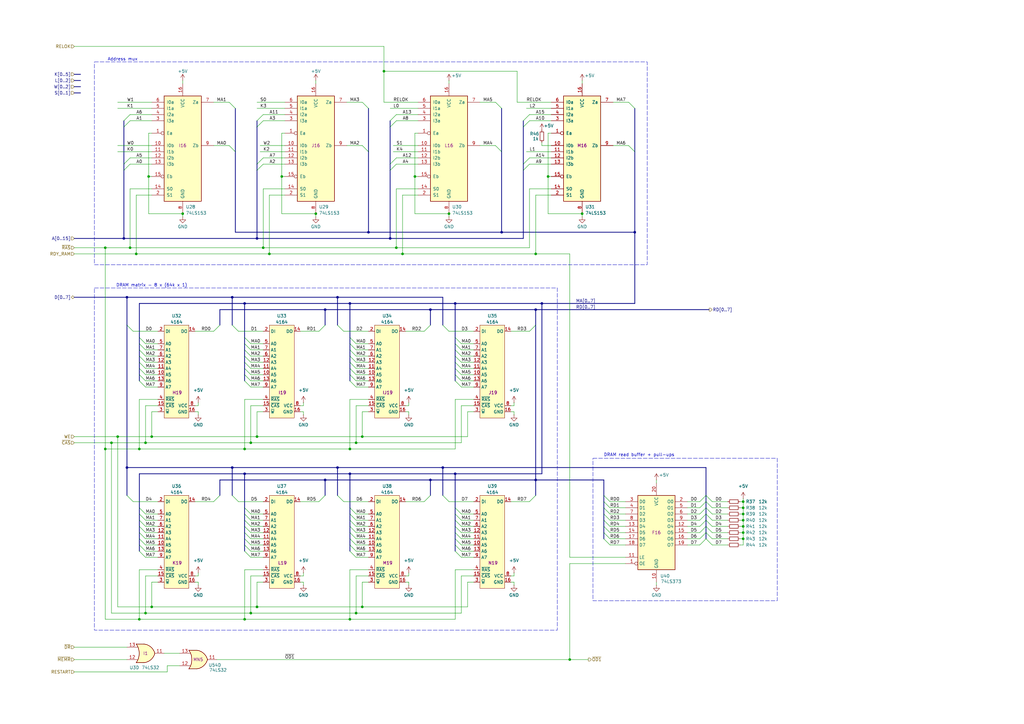
<source format=kicad_sch>
(kicad_sch (version 20250114) (generator "eeschema") (generator_version "9.0")
  (paper "A3")
  (title_block (title "Elwro 800 Junior Rev C - DRAM memory") (company "Przemysław Węgrzyn <pwegrzyn@codepainters.com>"))
  (rectangle (start 38.735 25.4) (end 265.43 108.585) (stroke (width 0) (type dash)))
  (rectangle (start 243.205 187.96) (end 318.77 246.38) (stroke (width 0) (type dash)))
  (rectangle (start 38.735 118.11) (end 228.6 258.445) (stroke (width 0) (type dash)))
  (text "DRAM read buffer + pull-ups" (at 262.128 186.69 0) (effects (font (size 1.27 1.27))))
  (text "DRAM matrix - 8 x (64k x 1)" (at 62.23 117.094 0) (effects (font (size 1.27 1.27))))
  (text "Address mux" (at 50.292 24.384 0) (effects (font (size 1.27 1.27))))
  (junction (at 304.8 210.82))
  (junction (at 176.53 196.85))
  (junction (at 59.69 181.61))
  (junction (at 151.13 95.25))
  (junction (at 146.05 251.46))
  (junction (at 157.48 29.21))
  (junction (at 60.96 72.39))
  (junction (at 304.8 213.36))
  (junction (at 133.35 127))
  (junction (at 95.25 191.77))
  (junction (at 74.93 87.63))
  (junction (at 148.59 179.07))
  (junction (at 100.33 254))
  (junction (at 62.23 248.92))
  (junction (at 304.8 215.9))
  (junction (at 143.51 254))
  (junction (at 170.18 72.39))
  (junction (at 219.71 104.14))
  (junction (at 176.53 127))
  (junction (at 219.71 196.85))
  (junction (at 105.41 179.07))
  (junction (at 162.56 101.6))
  (junction (at 53.34 101.6))
  (junction (at 222.25 124.46))
  (junction (at 138.43 191.77))
  (junction (at 45.72 181.61))
  (junction (at 43.18 101.6))
  (junction (at 57.15 184.15))
  (junction (at 133.35 196.85))
  (junction (at 165.1 104.14))
  (junction (at 105.41 248.92))
  (junction (at 205.74 95.25))
  (junction (at 219.71 127))
  (junction (at 55.88 104.14))
  (junction (at 143.51 194.31))
  (junction (at 260.35 95.25))
  (junction (at 105.41 97.79))
  (junction (at 48.26 179.07))
  (junction (at 186.69 194.31))
  (junction (at 304.8 208.28))
  (junction (at 102.87 181.61))
  (junction (at 115.57 72.39))
  (junction (at 110.49 104.14))
  (junction (at 138.43 121.92))
  (junction (at 238.76 87.63))
  (junction (at 129.54 87.63))
  (junction (at 184.15 87.63))
  (junction (at 57.15 254))
  (junction (at 62.23 179.07))
  (junction (at 100.33 194.31))
  (junction (at 50.8 97.79))
  (junction (at 160.02 97.79))
  (junction (at 186.69 124.46))
  (junction (at 52.07 191.77))
  (junction (at 146.05 181.61))
  (junction (at 143.51 124.46))
  (junction (at 304.8 205.74))
  (junction (at 148.59 248.92))
  (junction (at 107.95 101.6))
  (junction (at 143.51 184.15))
  (junction (at 43.18 184.15))
  (junction (at 52.07 121.92))
  (junction (at 304.8 218.44))
  (junction (at 233.68 270.51))
  (junction (at 102.87 251.46))
  (junction (at 95.25 121.92))
  (junction (at 304.8 220.98))
  (junction (at 59.69 251.46))
  (junction (at 100.33 124.46))
  (junction (at 100.33 184.15))
  (junction (at 181.61 191.77))
  (junction (at 224.79 72.39))
  (bus_entry (at 146.05 228.6) (size -2.54 -2.54))
  (bus_entry (at 219.71 133.35) (size -2.54 2.54))
  (bus_entry (at 93.98 59.69) (size 2.54 2.54))
  (bus_entry (at 189.23 158.75) (size -2.54 -2.54))
  (bus_entry (at 146.05 151.13) (size -2.54 -2.54))
  (bus_entry (at 59.69 226.06) (size -2.54 -2.54))
  (bus_entry (at 250.19 223.52) (size -2.54 -2.54))
  (bus_entry (at 217.17 49.53) (size -2.54 2.54))
  (bus_entry (at 146.05 148.59) (size -2.54 -2.54))
  (bus_entry (at 189.23 215.9) (size -2.54 -2.54))
  (bus_entry (at 189.23 151.13) (size -2.54 -2.54))
  (bus_entry (at 189.23 146.05) (size -2.54 -2.54))
  (bus_entry (at 140.97 135.89) (size -2.54 -2.54))
  (bus_entry (at 102.87 153.67) (size -2.54 -2.54))
  (bus_entry (at 189.23 148.59) (size -2.54 -2.54))
  (bus_entry (at 292.1 213.36) (size -2.54 -2.54))
  (bus_entry (at 90.17 203.2) (size -2.54 2.54))
  (bus_entry (at 189.23 210.82) (size -2.54 -2.54))
  (bus_entry (at 59.69 143.51) (size -2.54 -2.54))
  (bus_entry (at 102.87 143.51) (size -2.54 -2.54))
  (bus_entry (at 146.05 156.21) (size -2.54 -2.54))
  (bus_entry (at 59.69 218.44) (size -2.54 -2.54))
  (bus_entry (at 102.87 218.44) (size -2.54 -2.54))
  (bus_entry (at 59.69 140.97) (size -2.54 -2.54))
  (bus_entry (at 189.23 153.67) (size -2.54 -2.54))
  (bus_entry (at 292.1 223.52) (size -2.54 -2.54))
  (bus_entry (at 146.05 153.67) (size -2.54 -2.54))
  (bus_entry (at 287.02 220.98) (size 2.54 -2.54))
  (bus_entry (at 148.59 41.91) (size 2.54 2.54))
  (bus_entry (at 217.17 64.77) (size -2.54 2.54))
  (bus_entry (at 102.87 228.6) (size -2.54 -2.54))
  (bus_entry (at 102.87 148.59) (size -2.54 -2.54))
  (bus_entry (at 54.61 205.74) (size -2.54 -2.54))
  (bus_entry (at 162.56 67.31) (size -2.54 2.54))
  (bus_entry (at 189.23 223.52) (size -2.54 -2.54))
  (bus_entry (at 90.17 133.35) (size -2.54 2.54))
  (bus_entry (at 217.17 67.31) (size -2.54 2.54))
  (bus_entry (at 189.23 220.98) (size -2.54 -2.54))
  (bus_entry (at 148.59 59.69) (size 2.54 2.54))
  (bus_entry (at 102.87 226.06) (size -2.54 -2.54))
  (bus_entry (at 133.35 203.2) (size -2.54 2.54))
  (bus_entry (at 59.69 148.59) (size -2.54 -2.54))
  (bus_entry (at 59.69 151.13) (size -2.54 -2.54))
  (bus_entry (at 292.1 215.9) (size -2.54 -2.54))
  (bus_entry (at 53.34 46.99) (size -2.54 2.54))
  (bus_entry (at 287.02 208.28) (size 2.54 -2.54))
  (bus_entry (at 146.05 215.9) (size -2.54 -2.54))
  (bus_entry (at 146.05 140.97) (size -2.54 -2.54))
  (bus_entry (at 292.1 205.74) (size -2.54 -2.54))
  (bus_entry (at 189.23 140.97) (size -2.54 -2.54))
  (bus_entry (at 102.87 223.52) (size -2.54 -2.54))
  (bus_entry (at 146.05 218.44) (size -2.54 -2.54))
  (bus_entry (at 257.81 41.91) (size 2.54 2.54))
  (bus_entry (at 107.95 49.53) (size -2.54 2.54))
  (bus_entry (at 162.56 49.53) (size -2.54 2.54))
  (bus_entry (at 257.81 59.69) (size 2.54 2.54))
  (bus_entry (at 189.23 156.21) (size -2.54 -2.54))
  (bus_entry (at 292.1 218.44) (size -2.54 -2.54))
  (bus_entry (at 97.79 135.89) (size -2.54 -2.54))
  (bus_entry (at 146.05 223.52) (size -2.54 -2.54))
  (bus_entry (at 287.02 218.44) (size 2.54 -2.54))
  (bus_entry (at 250.19 215.9) (size -2.54 -2.54))
  (bus_entry (at 53.34 64.77) (size -2.54 2.54))
  (bus_entry (at 102.87 146.05) (size -2.54 -2.54))
  (bus_entry (at 53.34 67.31) (size -2.54 2.54))
  (bus_entry (at 59.69 156.21) (size -2.54 -2.54))
  (bus_entry (at 54.61 135.89) (size -2.54 -2.54))
  (bus_entry (at 250.19 218.44) (size -2.54 -2.54))
  (bus_entry (at 102.87 213.36) (size -2.54 -2.54))
  (bus_entry (at 102.87 140.97) (size -2.54 -2.54))
  (bus_entry (at 162.56 46.99) (size -2.54 2.54))
  (bus_entry (at 107.95 64.77) (size -2.54 2.54))
  (bus_entry (at 107.95 46.99) (size -2.54 2.54))
  (bus_entry (at 102.87 158.75) (size -2.54 -2.54))
  (bus_entry (at 146.05 146.05) (size -2.54 -2.54))
  (bus_entry (at 189.23 218.44) (size -2.54 -2.54))
  (bus_entry (at 189.23 228.6) (size -2.54 -2.54))
  (bus_entry (at 59.69 220.98) (size -2.54 -2.54))
  (bus_entry (at 102.87 151.13) (size -2.54 -2.54))
  (bus_entry (at 102.87 210.82) (size -2.54 -2.54))
  (bus_entry (at 184.15 135.89) (size -2.54 -2.54))
  (bus_entry (at 189.23 143.51) (size -2.54 -2.54))
  (bus_entry (at 146.05 143.51) (size -2.54 -2.54))
  (bus_entry (at 189.23 226.06) (size -2.54 -2.54))
  (bus_entry (at 102.87 215.9) (size -2.54 -2.54))
  (bus_entry (at 53.34 49.53) (size -2.54 2.54))
  (bus_entry (at 250.19 213.36) (size -2.54 -2.54))
  (bus_entry (at 250.19 208.28) (size -2.54 -2.54))
  (bus_entry (at 162.56 64.77) (size -2.54 2.54))
  (bus_entry (at 287.02 210.82) (size 2.54 -2.54))
  (bus_entry (at 59.69 153.67) (size -2.54 -2.54))
  (bus_entry (at 146.05 158.75) (size -2.54 -2.54))
  (bus_entry (at 287.02 223.52) (size 2.54 -2.54))
  (bus_entry (at 93.98 41.91) (size 2.54 2.54))
  (bus_entry (at 189.23 213.36) (size -2.54 -2.54))
  (bus_entry (at 59.69 210.82) (size -2.54 -2.54))
  (bus_entry (at 102.87 156.21) (size -2.54 -2.54))
  (bus_entry (at 203.2 41.91) (size 2.54 2.54))
  (bus_entry (at 287.02 215.9) (size 2.54 -2.54))
  (bus_entry (at 146.05 226.06) (size -2.54 -2.54))
  (bus_entry (at 176.53 203.2) (size -2.54 2.54))
  (bus_entry (at 146.05 210.82) (size -2.54 -2.54))
  (bus_entry (at 59.69 158.75) (size -2.54 -2.54))
  (bus_entry (at 217.17 46.99) (size -2.54 2.54))
  (bus_entry (at 97.79 205.74) (size -2.54 -2.54))
  (bus_entry (at 250.19 220.98) (size -2.54 -2.54))
  (bus_entry (at 287.02 213.36) (size 2.54 -2.54))
  (bus_entry (at 250.19 205.74) (size -2.54 -2.54))
  (bus_entry (at 176.53 133.35) (size -2.54 2.54))
  (bus_entry (at 59.69 146.05) (size -2.54 -2.54))
  (bus_entry (at 219.71 203.2) (size -2.54 2.54))
  (bus_entry (at 292.1 210.82) (size -2.54 -2.54))
  (bus_entry (at 59.69 215.9) (size -2.54 -2.54))
  (bus_entry (at 287.02 205.74) (size 2.54 -2.54))
  (bus_entry (at 133.35 133.35) (size -2.54 2.54))
  (bus_entry (at 59.69 228.6) (size -2.54 -2.54))
  (bus_entry (at 107.95 67.31) (size -2.54 2.54))
  (bus_entry (at 292.1 208.28) (size -2.54 -2.54))
  (bus_entry (at 203.2 59.69) (size 2.54 2.54))
  (bus_entry (at 146.05 213.36) (size -2.54 -2.54))
  (bus_entry (at 140.97 205.74) (size -2.54 -2.54))
  (bus_entry (at 59.69 213.36) (size -2.54 -2.54))
  (bus_entry (at 250.19 210.82) (size -2.54 -2.54))
  (bus_entry (at 59.69 223.52) (size -2.54 -2.54))
  (bus_entry (at 146.05 220.98) (size -2.54 -2.54))
  (bus_entry (at 184.15 205.74) (size -2.54 -2.54))
  (bus_entry (at 292.1 220.98) (size -2.54 -2.54))
  (bus_entry (at 102.87 220.98) (size -2.54 -2.54))
  (wire (pts (xy 146.05 143.51) (xy 151.13 143.51)))
  (bus (pts (xy 186.69 208.28) (xy 186.69 210.82)))
  (wire (pts (xy 67.31 267.97) (xy 73.66 267.97)))
  (bus (pts (xy 52.07 191.77) (xy 52.07 133.35)))
  (bus (pts (xy 57.15 146.05) (xy 57.15 143.51)))
  (bus (pts (xy 186.69 220.98) (xy 186.69 223.52)))
  (wire (pts (xy 191.77 168.91) (xy 191.77 179.07)))
  (bus (pts (xy 160.02 67.31) (xy 160.02 69.85)))
  (wire (pts (xy 215.9 62.23) (xy 226.06 62.23)))
  (wire (pts (xy 62.23 168.91) (xy 62.23 179.07)))
  (wire (pts (xy 233.68 231.14) (xy 233.68 270.51)))
  (wire (pts (xy 102.87 228.6) (xy 107.95 228.6)))
  (wire (pts (xy 196.85 41.91) (xy 203.2 41.91)))
  (wire (pts (xy 60.96 54.61) (xy 60.96 72.39)))
  (bus (pts (xy 95.25 133.35) (xy 95.25 121.92)))
  (wire (pts (xy 30.48 181.61) (xy 45.72 181.61)))
  (wire (pts (xy 59.69 153.67) (xy 64.77 153.67)))
  (bus (pts (xy 100.33 143.51) (xy 100.33 146.05)))
  (wire (pts (xy 148.59 168.91) (xy 148.59 179.07)))
  (wire (pts (xy 102.87 215.9) (xy 107.95 215.9)))
  (bus (pts (xy 143.51 153.67) (xy 143.51 156.21)))
  (wire (pts (xy 186.69 233.68) (xy 186.69 254)))
  (wire (pts (xy 303.53 223.52) (xy 304.8 223.52)))
  (wire (pts (xy 226.06 80.01) (xy 219.71 80.01)))
  (wire (pts (xy 74.93 33.02) (xy 74.93 34.29)))
  (wire (pts (xy 226.06 54.61) (xy 224.79 54.61)))
  (bus (pts (xy 30.48 33.02) (xy 33.02 33.02)))
  (bus (pts (xy 52.07 203.2) (xy 52.07 191.77)))
  (wire (pts (xy 292.1 208.28) (xy 298.45 208.28)))
  (wire (pts (xy 59.69 151.13) (xy 64.77 151.13)))
  (wire (pts (xy 146.05 215.9) (xy 151.13 215.9)))
  (wire (pts (xy 189.23 223.52) (xy 194.31 223.52)))
  (wire (pts (xy 59.69 215.9) (xy 64.77 215.9)))
  (wire (pts (xy 129.54 87.63) (xy 115.57 87.63)))
  (wire (pts (xy 57.15 233.68) (xy 57.15 254)))
  (wire (pts (xy 106.68 59.69) (xy 116.84 59.69)))
  (bus (pts (xy 186.69 194.31) (xy 222.25 194.31)))
  (bus (pts (xy 100.33 223.52) (xy 100.33 226.06)))
  (wire (pts (xy 80.01 205.74) (xy 87.63 205.74)))
  (bus (pts (xy 57.15 151.13) (xy 57.15 148.59)))
  (wire (pts (xy 189.23 158.75) (xy 194.31 158.75)))
  (wire (pts (xy 171.45 77.47) (xy 162.56 77.47)))
  (wire (pts (xy 167.64 168.91) (xy 166.37 168.91)))
  (wire (pts (xy 60.96 87.63) (xy 74.93 87.63)))
  (wire (pts (xy 30.48 270.51) (xy 52.07 270.51)))
  (wire (pts (xy 102.87 153.67) (xy 107.95 153.67)))
  (wire (pts (xy 189.23 146.05) (xy 194.31 146.05)))
  (wire (pts (xy 146.05 236.22) (xy 146.05 251.46)))
  (wire (pts (xy 59.69 148.59) (xy 64.77 148.59)))
  (wire (pts (xy 59.69 143.51) (xy 64.77 143.51)))
  (bus (pts (xy 186.69 124.46) (xy 222.25 124.46)))
  (wire (pts (xy 100.33 233.68) (xy 100.33 254)))
  (bus (pts (xy 133.35 127) (xy 176.53 127)))
  (wire (pts (xy 212.09 41.91) (xy 226.06 41.91)))
  (bus (pts (xy 90.17 133.35) (xy 90.17 127)))
  (bus (pts (xy 50.8 97.79) (xy 105.41 97.79)))
  (bus (pts (xy 57.15 208.28) (xy 57.15 210.82)))
  (wire (pts (xy 105.41 179.07) (xy 148.59 179.07)))
  (bus (pts (xy 30.48 121.92) (xy 52.07 121.92)))
  (wire (pts (xy 102.87 151.13) (xy 107.95 151.13)))
  (wire (pts (xy 102.87 156.21) (xy 107.95 156.21)))
  (bus (pts (xy 143.51 218.44) (xy 143.51 220.98)))
  (bus (pts (xy 57.15 210.82) (xy 57.15 213.36)))
  (wire (pts (xy 170.18 54.61) (xy 170.18 72.39)))
  (wire (pts (xy 115.57 87.63) (xy 115.57 72.39)))
  (wire (pts (xy 146.05 228.6) (xy 151.13 228.6)))
  (wire (pts (xy 292.1 215.9) (xy 298.45 215.9)))
  (bus (pts (xy 219.71 133.35) (xy 219.71 127)))
  (bus (pts (xy 57.15 143.51) (xy 57.15 140.97)))
  (wire (pts (xy 59.69 156.21) (xy 64.77 156.21)))
  (wire (pts (xy 281.94 213.36) (xy 287.02 213.36)))
  (bus (pts (xy 186.69 208.28) (xy 186.69 194.31)))
  (wire (pts (xy 281.94 220.98) (xy 287.02 220.98)))
  (wire (pts (xy 107.95 233.68) (xy 100.33 233.68)))
  (wire (pts (xy 162.56 46.99) (xy 171.45 46.99)))
  (wire (pts (xy 224.79 54.61) (xy 224.79 72.39)))
  (bus (pts (xy 181.61 121.92) (xy 138.43 121.92)))
  (wire (pts (xy 219.71 104.14) (xy 233.68 104.14)))
  (wire (pts (xy 80.01 166.37) (xy 81.28 166.37)))
  (wire (pts (xy 281.94 205.74) (xy 287.02 205.74)))
  (bus (pts (xy 260.35 124.46) (xy 260.35 95.25)))
  (bus (pts (xy 186.69 148.59) (xy 186.69 151.13)))
  (wire (pts (xy 124.46 236.22) (xy 124.46 234.95)))
  (bus (pts (xy 247.65 213.36) (xy 247.65 215.9)))
  (wire (pts (xy 43.18 184.15) (xy 43.18 254)))
  (bus (pts (xy 186.69 153.67) (xy 186.69 156.21)))
  (bus (pts (xy 138.43 191.77) (xy 95.25 191.77)))
  (wire (pts (xy 212.09 41.91) (xy 212.09 29.21)))
  (wire (pts (xy 124.46 240.03) (xy 124.46 238.76)))
  (bus (pts (xy 100.33 146.05) (xy 100.33 148.59)))
  (wire (pts (xy 102.87 210.82) (xy 107.95 210.82)))
  (wire (pts (xy 55.88 80.01) (xy 55.88 104.14)))
  (wire (pts (xy 43.18 101.6) (xy 53.34 101.6)))
  (bus (pts (xy 176.53 196.85) (xy 219.71 196.85)))
  (wire (pts (xy 107.95 168.91) (xy 105.41 168.91)))
  (bus (pts (xy 100.33 124.46) (xy 143.51 124.46)))
  (wire (pts (xy 62.23 179.07) (xy 105.41 179.07)))
  (wire (pts (xy 303.53 210.82) (xy 304.8 210.82)))
  (bus (pts (xy 143.51 208.28) (xy 143.51 210.82)))
  (wire (pts (xy 97.79 135.89) (xy 107.95 135.89)))
  (wire (pts (xy 107.95 67.31) (xy 116.84 67.31)))
  (bus (pts (xy 143.51 151.13) (xy 143.51 153.67)))
  (wire (pts (xy 107.95 46.99) (xy 116.84 46.99)))
  (wire (pts (xy 162.56 49.53) (xy 171.45 49.53)))
  (wire (pts (xy 146.05 251.46) (xy 102.87 251.46)))
  (wire (pts (xy 222.25 59.69) (xy 222.25 58.42)))
  (bus (pts (xy 30.48 35.56) (xy 33.02 35.56)))
  (bus (pts (xy 143.51 215.9) (xy 143.51 218.44)))
  (wire (pts (xy 59.69 223.52) (xy 64.77 223.52)))
  (wire (pts (xy 189.23 148.59) (xy 194.31 148.59)))
  (wire (pts (xy 250.19 208.28) (xy 256.54 208.28)))
  (wire (pts (xy 269.24 238.76) (xy 269.24 240.03)))
  (wire (pts (xy 189.23 251.46) (xy 146.05 251.46)))
  (wire (pts (xy 30.48 275.59) (xy 68.58 275.59)))
  (wire (pts (xy 62.23 54.61) (xy 60.96 54.61)))
  (bus (pts (xy 100.33 215.9) (xy 100.33 218.44)))
  (wire (pts (xy 151.13 238.76) (xy 148.59 238.76)))
  (wire (pts (xy 64.77 238.76) (xy 62.23 238.76)))
  (wire (pts (xy 303.53 213.36) (xy 304.8 213.36)))
  (wire (pts (xy 105.41 248.92) (xy 62.23 248.92)))
  (wire (pts (xy 189.23 226.06) (xy 194.31 226.06)))
  (bus (pts (xy 57.15 156.21) (xy 57.15 153.67)))
  (bus (pts (xy 90.17 127) (xy 133.35 127)))
  (wire (pts (xy 123.19 135.89) (xy 130.81 135.89)))
  (wire (pts (xy 100.33 163.83) (xy 100.33 184.15)))
  (wire (pts (xy 191.77 238.76) (xy 191.77 248.92)))
  (wire (pts (xy 210.82 168.91) (xy 209.55 168.91)))
  (wire (pts (xy 166.37 205.74) (xy 173.99 205.74)))
  (wire (pts (xy 97.79 205.74) (xy 107.95 205.74)))
  (wire (pts (xy 165.1 80.01) (xy 165.1 104.14)))
  (wire (pts (xy 196.85 59.69) (xy 203.2 59.69)))
  (wire (pts (xy 45.72 181.61) (xy 59.69 181.61)))
  (wire (pts (xy 102.87 181.61) (xy 146.05 181.61)))
  (wire (pts (xy 102.87 140.97) (xy 107.95 140.97)))
  (wire (pts (xy 146.05 210.82) (xy 151.13 210.82)))
  (wire (pts (xy 116.84 80.01) (xy 110.49 80.01)))
  (wire (pts (xy 55.88 104.14) (xy 110.49 104.14)))
  (wire (pts (xy 191.77 248.92) (xy 148.59 248.92)))
  (wire (pts (xy 74.93 87.63) (xy 74.93 88.9)))
  (wire (pts (xy 62.23 77.47) (xy 53.34 77.47)))
  (bus (pts (xy 219.71 196.85) (xy 247.65 196.85)))
  (bus (pts (xy 90.17 196.85) (xy 133.35 196.85)))
  (wire (pts (xy 217.17 77.47) (xy 217.17 101.6)))
  (bus (pts (xy 143.51 223.52) (xy 143.51 226.06)))
  (wire (pts (xy 238.76 87.63) (xy 238.76 88.9)))
  (bus (pts (xy 100.33 218.44) (xy 100.33 220.98)))
  (wire (pts (xy 162.56 67.31) (xy 171.45 67.31)))
  (wire (pts (xy 80.01 238.76) (xy 81.28 238.76)))
  (bus (pts (xy 205.74 95.25) (xy 260.35 95.25)))
  (bus (pts (xy 57.15 194.31) (xy 100.33 194.31)))
  (wire (pts (xy 189.23 213.36) (xy 194.31 213.36)))
  (bus (pts (xy 186.69 140.97) (xy 186.69 143.51)))
  (wire (pts (xy 189.23 166.37) (xy 189.23 181.61)))
  (wire (pts (xy 146.05 153.67) (xy 151.13 153.67)))
  (wire (pts (xy 123.19 166.37) (xy 124.46 166.37)))
  (wire (pts (xy 189.23 156.21) (xy 194.31 156.21)))
  (wire (pts (xy 194.31 163.83) (xy 186.69 163.83)))
  (wire (pts (xy 146.05 146.05) (xy 151.13 146.05)))
  (wire (pts (xy 146.05 158.75) (xy 151.13 158.75)))
  (wire (pts (xy 105.41 44.45) (xy 116.84 44.45)))
  (wire (pts (xy 233.68 104.14) (xy 233.68 228.6)))
  (wire (pts (xy 281.94 208.28) (xy 287.02 208.28)))
  (wire (pts (xy 142.24 41.91) (xy 148.59 41.91)))
  (wire (pts (xy 148.59 238.76) (xy 148.59 248.92)))
  (wire (pts (xy 115.57 54.61) (xy 115.57 72.39)))
  (bus (pts (xy 100.33 208.28) (xy 100.33 194.31)))
  (wire (pts (xy 151.13 236.22) (xy 146.05 236.22)))
  (wire (pts (xy 53.34 46.99) (xy 62.23 46.99)))
  (wire (pts (xy 80.01 236.22) (xy 81.28 236.22)))
  (bus (pts (xy 57.15 220.98) (xy 57.15 223.52)))
  (wire (pts (xy 166.37 236.22) (xy 167.64 236.22)))
  (wire (pts (xy 184.15 87.63) (xy 184.15 88.9)))
  (wire (pts (xy 166.37 166.37) (xy 167.64 166.37)))
  (wire (pts (xy 167.64 238.76) (xy 166.37 238.76)))
  (wire (pts (xy 59.69 181.61) (xy 102.87 181.61)))
  (wire (pts (xy 43.18 184.15) (xy 43.18 101.6)))
  (wire (pts (xy 146.05 226.06) (xy 151.13 226.06)))
  (wire (pts (xy 167.64 166.37) (xy 167.64 165.1)))
  (wire (pts (xy 124.46 238.76) (xy 123.19 238.76)))
  (wire (pts (xy 54.61 205.74) (xy 64.77 205.74)))
  (bus (pts (xy 57.15 213.36) (xy 57.15 215.9)))
  (bus (pts (xy 247.65 196.85) (xy 247.65 203.2)))
  (wire (pts (xy 292.1 223.52) (xy 298.45 223.52)))
  (bus (pts (xy 105.41 67.31) (xy 105.41 69.85)))
  (wire (pts (xy 146.05 140.97) (xy 151.13 140.97)))
  (wire (pts (xy 81.28 166.37) (xy 81.28 165.1)))
  (wire (pts (xy 107.95 101.6) (xy 162.56 101.6)))
  (wire (pts (xy 212.09 29.21) (xy 157.48 29.21)))
  (wire (pts (xy 30.48 19.05) (xy 157.48 19.05)))
  (bus (pts (xy 50.8 69.85) (xy 50.8 97.79)))
  (wire (pts (xy 304.8 223.52) (xy 304.8 220.98)))
  (wire (pts (xy 124.46 170.18) (xy 124.46 168.91)))
  (wire (pts (xy 73.66 273.05) (xy 68.58 273.05)))
  (wire (pts (xy 107.95 64.77) (xy 116.84 64.77)))
  (wire (pts (xy 59.69 166.37) (xy 59.69 181.61)))
  (bus (pts (xy 260.35 44.45) (xy 260.35 62.23)))
  (wire (pts (xy 194.31 238.76) (xy 191.77 238.76)))
  (wire (pts (xy 151.13 166.37) (xy 146.05 166.37)))
  (bus (pts (xy 160.02 69.85) (xy 160.02 97.79)))
  (bus (pts (xy 181.61 191.77) (xy 138.43 191.77)))
  (wire (pts (xy 57.15 254) (xy 43.18 254)))
  (wire (pts (xy 146.05 148.59) (xy 151.13 148.59)))
  (bus (pts (xy 181.61 203.2) (xy 181.61 191.77)))
  (wire (pts (xy 166.37 135.89) (xy 173.99 135.89)))
  (wire (pts (xy 143.51 254) (xy 186.69 254)))
  (wire (pts (xy 48.26 44.45) (xy 62.23 44.45)))
  (bus (pts (xy 151.13 62.23) (xy 151.13 95.25)))
  (wire (pts (xy 184.15 205.74) (xy 194.31 205.74)))
  (wire (pts (xy 162.56 77.47) (xy 162.56 101.6)))
  (wire (pts (xy 184.15 135.89) (xy 194.31 135.89)))
  (wire (pts (xy 48.26 41.91) (xy 62.23 41.91)))
  (bus (pts (xy 214.63 97.79) (xy 160.02 97.79)))
  (bus (pts (xy 133.35 203.2) (xy 133.35 196.85)))
  (wire (pts (xy 102.87 143.51) (xy 107.95 143.51)))
  (wire (pts (xy 238.76 87.63) (xy 224.79 87.63)))
  (wire (pts (xy 105.41 168.91) (xy 105.41 179.07)))
  (wire (pts (xy 170.18 87.63) (xy 170.18 72.39)))
  (wire (pts (xy 250.19 213.36) (xy 256.54 213.36)))
  (bus (pts (xy 57.15 223.52) (xy 57.15 226.06)))
  (bus (pts (xy 57.15 153.67) (xy 57.15 151.13)))
  (wire (pts (xy 107.95 77.47) (xy 107.95 101.6)))
  (wire (pts (xy 115.57 72.39) (xy 116.84 72.39)))
  (wire (pts (xy 161.29 59.69) (xy 171.45 59.69)))
  (wire (pts (xy 215.9 44.45) (xy 226.06 44.45)))
  (bus (pts (xy 181.61 191.77) (xy 289.56 191.77)))
  (wire (pts (xy 217.17 46.99) (xy 226.06 46.99)))
  (wire (pts (xy 303.53 205.74) (xy 304.8 205.74)))
  (bus (pts (xy 138.43 133.35) (xy 138.43 121.92)))
  (wire (pts (xy 167.64 170.18) (xy 167.64 168.91)))
  (wire (pts (xy 292.1 205.74) (xy 298.45 205.74)))
  (wire (pts (xy 87.63 41.91) (xy 93.98 41.91)))
  (wire (pts (xy 102.87 223.52) (xy 107.95 223.52)))
  (wire (pts (xy 140.97 135.89) (xy 151.13 135.89)))
  (bus (pts (xy 57.15 148.59) (xy 57.15 146.05)))
  (bus (pts (xy 143.51 124.46) (xy 186.69 124.46)))
  (wire (pts (xy 304.8 213.36) (xy 304.8 210.82)))
  (bus (pts (xy 151.13 44.45) (xy 151.13 62.23)))
  (wire (pts (xy 59.69 218.44) (xy 64.77 218.44)))
  (wire (pts (xy 102.87 146.05) (xy 107.95 146.05)))
  (wire (pts (xy 281.94 218.44) (xy 287.02 218.44)))
  (wire (pts (xy 304.8 208.28) (xy 304.8 205.74)))
  (wire (pts (xy 116.84 54.61) (xy 115.57 54.61)))
  (wire (pts (xy 48.26 179.07) (xy 48.26 248.92)))
  (wire (pts (xy 303.53 218.44) (xy 304.8 218.44)))
  (wire (pts (xy 68.58 273.05) (xy 68.58 275.59)))
  (wire (pts (xy 59.69 226.06) (xy 64.77 226.06)))
  (bus (pts (xy 289.56 203.2) (xy 289.56 205.74)))
  (wire (pts (xy 100.33 254) (xy 143.51 254)))
  (wire (pts (xy 194.31 236.22) (xy 189.23 236.22)))
  (wire (pts (xy 43.18 184.15) (xy 57.15 184.15)))
  (wire (pts (xy 184.15 33.02) (xy 184.15 34.29)))
  (bus (pts (xy 96.52 95.25) (xy 151.13 95.25)))
  (wire (pts (xy 304.8 204.47) (xy 304.8 205.74)))
  (wire (pts (xy 304.8 218.44) (xy 304.8 215.9)))
  (wire (pts (xy 64.77 236.22) (xy 59.69 236.22)))
  (wire (pts (xy 146.05 156.21) (xy 151.13 156.21)))
  (bus (pts (xy 143.51 148.59) (xy 143.51 151.13)))
  (wire (pts (xy 88.9 270.51) (xy 233.68 270.51)))
  (wire (pts (xy 105.41 238.76) (xy 105.41 248.92)))
  (wire (pts (xy 102.87 236.22) (xy 102.87 251.46)))
  (wire (pts (xy 102.87 218.44) (xy 107.95 218.44)))
  (wire (pts (xy 250.19 223.52) (xy 256.54 223.52)))
  (wire (pts (xy 250.19 218.44) (xy 256.54 218.44)))
  (bus (pts (xy 289.56 191.77) (xy 289.56 203.2)))
  (wire (pts (xy 64.77 233.68) (xy 57.15 233.68)))
  (bus (pts (xy 205.74 44.45) (xy 205.74 62.23)))
  (bus (pts (xy 219.71 196.85) (xy 219.71 133.35)))
  (wire (pts (xy 171.45 54.61) (xy 170.18 54.61)))
  (bus (pts (xy 30.48 38.1) (xy 33.02 38.1)))
  (wire (pts (xy 281.94 215.9) (xy 287.02 215.9)))
  (bus (pts (xy 143.51 208.28) (xy 143.51 194.31)))
  (wire (pts (xy 59.69 146.05) (xy 64.77 146.05)))
  (wire (pts (xy 53.34 77.47) (xy 53.34 101.6)))
  (wire (pts (xy 30.48 179.07) (xy 48.26 179.07)))
  (wire (pts (xy 171.45 80.01) (xy 165.1 80.01)))
  (bus (pts (xy 50.8 49.53) (xy 50.8 52.07)))
  (wire (pts (xy 217.17 67.31) (xy 226.06 67.31)))
  (wire (pts (xy 140.97 205.74) (xy 151.13 205.74)))
  (wire (pts (xy 189.23 215.9) (xy 194.31 215.9)))
  (wire (pts (xy 64.77 168.91) (xy 62.23 168.91)))
  (wire (pts (xy 102.87 251.46) (xy 59.69 251.46)))
  (bus (pts (xy 100.33 213.36) (xy 100.33 215.9)))
  (wire (pts (xy 303.53 215.9) (xy 304.8 215.9)))
  (bus (pts (xy 186.69 213.36) (xy 186.69 215.9)))
  (bus (pts (xy 214.63 52.07) (xy 214.63 67.31)))
  (wire (pts (xy 210.82 170.18) (xy 210.82 168.91)))
  (bus (pts (xy 100.33 208.28) (xy 100.33 210.82)))
  (wire (pts (xy 157.48 19.05) (xy 157.48 29.21)))
  (bus (pts (xy 186.69 138.43) (xy 186.69 140.97)))
  (bus (pts (xy 186.69 146.05) (xy 186.69 148.59)))
  (bus (pts (xy 57.15 140.97) (xy 57.15 138.43)))
  (wire (pts (xy 194.31 168.91) (xy 191.77 168.91)))
  (wire (pts (xy 292.1 218.44) (xy 298.45 218.44)))
  (wire (pts (xy 209.55 205.74) (xy 217.17 205.74)))
  (bus (pts (xy 214.63 67.31) (xy 214.63 69.85)))
  (wire (pts (xy 146.05 151.13) (xy 151.13 151.13)))
  (wire (pts (xy 81.28 238.76) (xy 81.28 240.03)))
  (wire (pts (xy 292.1 210.82) (xy 298.45 210.82)))
  (wire (pts (xy 59.69 251.46) (xy 45.72 251.46)))
  (wire (pts (xy 106.68 62.23) (xy 116.84 62.23)))
  (wire (pts (xy 30.48 101.6) (xy 43.18 101.6)))
  (bus (pts (xy 186.69 151.13) (xy 186.69 153.67)))
  (wire (pts (xy 62.23 80.01) (xy 55.88 80.01)))
  (wire (pts (xy 189.23 210.82) (xy 194.31 210.82)))
  (bus (pts (xy 151.13 95.25) (xy 205.74 95.25)))
  (wire (pts (xy 209.55 135.89) (xy 217.17 135.89)))
  (wire (pts (xy 59.69 140.97) (xy 64.77 140.97)))
  (bus (pts (xy 100.33 153.67) (xy 100.33 156.21)))
  (wire (pts (xy 292.1 220.98) (xy 298.45 220.98)))
  (wire (pts (xy 64.77 163.83) (xy 57.15 163.83)))
  (wire (pts (xy 217.17 64.77) (xy 226.06 64.77)))
  (wire (pts (xy 251.46 41.91) (xy 257.81 41.91)))
  (wire (pts (xy 30.48 104.14) (xy 55.88 104.14)))
  (bus (pts (xy 100.33 138.43) (xy 100.33 140.97)))
  (wire (pts (xy 57.15 184.15) (xy 100.33 184.15)))
  (wire (pts (xy 304.8 210.82) (xy 304.8 208.28)))
  (wire (pts (xy 194.31 166.37) (xy 189.23 166.37)))
  (wire (pts (xy 59.69 158.75) (xy 64.77 158.75)))
  (wire (pts (xy 102.87 148.59) (xy 107.95 148.59)))
  (bus (pts (xy 138.43 121.92) (xy 95.25 121.92)))
  (wire (pts (xy 59.69 220.98) (xy 64.77 220.98)))
  (bus (pts (xy 219.71 196.85) (xy 219.71 203.2)))
  (wire (pts (xy 189.23 153.67) (xy 194.31 153.67)))
  (wire (pts (xy 165.1 104.14) (xy 219.71 104.14)))
  (bus (pts (xy 219.71 127) (xy 290.83 127)))
  (wire (pts (xy 102.87 166.37) (xy 102.87 181.61)))
  (wire (pts (xy 161.29 62.23) (xy 171.45 62.23)))
  (bus (pts (xy 90.17 203.2) (xy 90.17 196.85)))
  (bus (pts (xy 214.63 69.85) (xy 214.63 97.79)))
  (bus (pts (xy 247.65 218.44) (xy 247.65 220.98)))
  (bus (pts (xy 186.69 223.52) (xy 186.69 226.06)))
  (bus (pts (xy 95.25 203.2) (xy 95.25 191.77)))
  (bus (pts (xy 105.41 49.53) (xy 105.41 52.07)))
  (bus (pts (xy 186.69 210.82) (xy 186.69 213.36)))
  (bus (pts (xy 100.33 151.13) (xy 100.33 153.67)))
  (wire (pts (xy 110.49 104.14) (xy 165.1 104.14)))
  (bus (pts (xy 96.52 62.23) (xy 96.52 95.25)))
  (wire (pts (xy 30.48 265.43) (xy 52.07 265.43)))
  (wire (pts (xy 57.15 163.83) (xy 57.15 184.15)))
  (wire (pts (xy 129.54 87.63) (xy 129.54 88.9)))
  (bus (pts (xy 289.56 210.82) (xy 289.56 213.36)))
  (bus (pts (xy 186.69 143.51) (xy 186.69 146.05)))
  (wire (pts (xy 194.31 233.68) (xy 186.69 233.68)))
  (bus (pts (xy 143.51 194.31) (xy 186.69 194.31)))
  (wire (pts (xy 45.72 181.61) (xy 45.72 251.46)))
  (bus (pts (xy 160.02 52.07) (xy 160.02 67.31)))
  (bus (pts (xy 176.53 127) (xy 219.71 127)))
  (wire (pts (xy 100.33 184.15) (xy 143.51 184.15)))
  (wire (pts (xy 54.61 135.89) (xy 64.77 135.89)))
  (wire (pts (xy 151.13 168.91) (xy 148.59 168.91)))
  (bus (pts (xy 289.56 205.74) (xy 289.56 208.28)))
  (wire (pts (xy 124.46 166.37) (xy 124.46 165.1)))
  (wire (pts (xy 167.64 236.22) (xy 167.64 234.95)))
  (bus (pts (xy 176.53 133.35) (xy 176.53 127)))
  (wire (pts (xy 224.79 72.39) (xy 226.06 72.39)))
  (wire (pts (xy 107.95 238.76) (xy 105.41 238.76)))
  (bus (pts (xy 247.65 203.2) (xy 247.65 205.74)))
  (wire (pts (xy 304.8 220.98) (xy 304.8 218.44)))
  (bus (pts (xy 95.25 121.92) (xy 52.07 121.92)))
  (wire (pts (xy 129.54 33.02) (xy 129.54 34.29)))
  (wire (pts (xy 209.55 166.37) (xy 210.82 166.37)))
  (bus (pts (xy 176.53 203.2) (xy 176.53 196.85)))
  (bus (pts (xy 160.02 97.79) (xy 105.41 97.79)))
  (wire (pts (xy 116.84 77.47) (xy 107.95 77.47)))
  (bus (pts (xy 289.56 218.44) (xy 289.56 220.98)))
  (wire (pts (xy 189.23 140.97) (xy 194.31 140.97)))
  (wire (pts (xy 148.59 179.07) (xy 191.77 179.07)))
  (bus (pts (xy 57.15 138.43) (xy 57.15 124.46)))
  (bus (pts (xy 160.02 49.53) (xy 160.02 52.07)))
  (wire (pts (xy 146.05 213.36) (xy 151.13 213.36)))
  (wire (pts (xy 148.59 248.92) (xy 105.41 248.92)))
  (bus (pts (xy 205.74 62.23) (xy 205.74 95.25)))
  (wire (pts (xy 143.51 233.68) (xy 143.51 254)))
  (bus (pts (xy 50.8 52.07) (xy 50.8 67.31)))
  (wire (pts (xy 80.01 168.91) (xy 81.28 168.91)))
  (bus (pts (xy 57.15 208.28) (xy 57.15 194.31)))
  (bus (pts (xy 247.65 208.28) (xy 247.65 210.82)))
  (wire (pts (xy 146.05 223.52) (xy 151.13 223.52)))
  (wire (pts (xy 110.49 80.01) (xy 110.49 104.14)))
  (bus (pts (xy 186.69 124.46) (xy 186.69 138.43)))
  (wire (pts (xy 146.05 181.61) (xy 189.23 181.61)))
  (wire (pts (xy 62.23 248.92) (xy 48.26 248.92)))
  (wire (pts (xy 53.34 64.77) (xy 62.23 64.77)))
  (wire (pts (xy 167.64 240.03) (xy 167.64 238.76)))
  (wire (pts (xy 250.19 215.9) (xy 256.54 215.9)))
  (bus (pts (xy 143.51 143.51) (xy 143.51 146.05)))
  (bus (pts (xy 50.8 67.31) (xy 50.8 69.85)))
  (wire (pts (xy 157.48 29.21) (xy 157.48 41.91)))
  (wire (pts (xy 53.34 67.31) (xy 62.23 67.31)))
  (wire (pts (xy 123.19 236.22) (xy 124.46 236.22)))
  (wire (pts (xy 189.23 218.44) (xy 194.31 218.44)))
  (bus (pts (xy 100.33 210.82) (xy 100.33 213.36)))
  (wire (pts (xy 170.18 72.39) (xy 171.45 72.39)))
  (wire (pts (xy 210.82 238.76) (xy 209.55 238.76)))
  (bus (pts (xy 143.51 138.43) (xy 143.51 140.97)))
  (bus (pts (xy 105.41 69.85) (xy 105.41 97.79)))
  (wire (pts (xy 143.51 163.83) (xy 143.51 184.15)))
  (wire (pts (xy 189.23 143.51) (xy 194.31 143.51)))
  (wire (pts (xy 210.82 240.03) (xy 210.82 238.76)))
  (wire (pts (xy 189.23 151.13) (xy 194.31 151.13)))
  (bus (pts (xy 247.65 215.9) (xy 247.65 218.44)))
  (wire (pts (xy 102.87 226.06) (xy 107.95 226.06)))
  (wire (pts (xy 224.79 87.63) (xy 224.79 72.39)))
  (bus (pts (xy 143.51 124.46) (xy 143.51 138.43)))
  (bus (pts (xy 181.61 133.35) (xy 181.61 121.92)))
  (bus (pts (xy 100.33 140.97) (xy 100.33 143.51)))
  (bus (pts (xy 138.43 203.2) (xy 138.43 191.77)))
  (wire (pts (xy 107.95 236.22) (xy 102.87 236.22)))
  (wire (pts (xy 107.95 166.37) (xy 102.87 166.37)))
  (wire (pts (xy 124.46 168.91) (xy 123.19 168.91)))
  (wire (pts (xy 57.15 254) (xy 100.33 254)))
  (bus (pts (xy 247.65 210.82) (xy 247.65 213.36)))
  (bus (pts (xy 30.48 30.48) (xy 33.02 30.48)))
  (wire (pts (xy 59.69 228.6) (xy 64.77 228.6)))
  (wire (pts (xy 162.56 101.6) (xy 217.17 101.6)))
  (bus (pts (xy 214.63 49.53) (xy 214.63 52.07)))
  (wire (pts (xy 102.87 220.98) (xy 107.95 220.98)))
  (wire (pts (xy 233.68 228.6) (xy 256.54 228.6)))
  (wire (pts (xy 250.19 220.98) (xy 256.54 220.98)))
  (bus (pts (xy 133.35 196.85) (xy 176.53 196.85)))
  (wire (pts (xy 250.19 210.82) (xy 256.54 210.82)))
  (bus (pts (xy 100.33 124.46) (xy 100.33 138.43)))
  (wire (pts (xy 189.23 236.22) (xy 189.23 251.46)))
  (wire (pts (xy 151.13 163.83) (xy 143.51 163.83)))
  (wire (pts (xy 219.71 80.01) (xy 219.71 104.14)))
  (wire (pts (xy 64.77 166.37) (xy 59.69 166.37)))
  (wire (pts (xy 62.23 238.76) (xy 62.23 248.92)))
  (bus (pts (xy 143.51 146.05) (xy 143.51 148.59)))
  (wire (pts (xy 107.95 49.53) (xy 116.84 49.53)))
  (wire (pts (xy 303.53 208.28) (xy 304.8 208.28)))
  (wire (pts (xy 102.87 158.75) (xy 107.95 158.75)))
  (wire (pts (xy 143.51 184.15) (xy 186.69 184.15)))
  (wire (pts (xy 304.8 215.9) (xy 304.8 213.36)))
  (wire (pts (xy 157.48 41.91) (xy 171.45 41.91)))
  (wire (pts (xy 142.24 59.69) (xy 148.59 59.69)))
  (bus (pts (xy 133.35 133.35) (xy 133.35 127)))
  (bus (pts (xy 143.51 140.97) (xy 143.51 143.51)))
  (wire (pts (xy 105.41 41.91) (xy 116.84 41.91)))
  (wire (pts (xy 160.02 44.45) (xy 171.45 44.45)))
  (wire (pts (xy 238.76 33.02) (xy 238.76 34.29)))
  (wire (pts (xy 186.69 163.83) (xy 186.69 184.15)))
  (wire (pts (xy 60.96 72.39) (xy 62.23 72.39)))
  (wire (pts (xy 210.82 166.37) (xy 210.82 165.1)))
  (wire (pts (xy 281.94 210.82) (xy 287.02 210.82)))
  (wire (pts (xy 233.68 270.51) (xy 241.3 270.51)))
  (bus (pts (xy 100.33 148.59) (xy 100.33 151.13)))
  (wire (pts (xy 256.54 231.14) (xy 233.68 231.14)))
  (wire (pts (xy 146.05 218.44) (xy 151.13 218.44)))
  (wire (pts (xy 87.63 59.69) (xy 93.98 59.69)))
  (wire (pts (xy 59.69 210.82) (xy 64.77 210.82)))
  (wire (pts (xy 80.01 135.89) (xy 87.63 135.89)))
  (wire (pts (xy 251.46 59.69) (xy 257.81 59.69)))
  (wire (pts (xy 81.28 168.91) (xy 81.28 170.18)))
  (bus (pts (xy 289.56 213.36) (xy 289.56 215.9)))
  (wire (pts (xy 123.19 205.74) (xy 130.81 205.74)))
  (bus (pts (xy 260.35 62.23) (xy 260.35 95.25)))
  (wire (pts (xy 81.28 236.22) (xy 81.28 234.95)))
  (bus (pts (xy 57.15 124.46) (xy 100.33 124.46)))
  (wire (pts (xy 189.23 228.6) (xy 194.31 228.6)))
  (wire (pts (xy 269.24 196.85) (xy 269.24 198.12)))
  (wire (pts (xy 53.34 49.53) (xy 62.23 49.53)))
  (bus (pts (xy 222.25 124.46) (xy 260.35 124.46)))
  (wire (pts (xy 59.69 236.22) (xy 59.69 251.46)))
  (wire (pts (xy 102.87 213.36) (xy 107.95 213.36)))
  (wire (pts (xy 303.53 220.98) (xy 304.8 220.98)))
  (wire (pts (xy 162.56 64.77) (xy 171.45 64.77)))
  (bus (pts (xy 289.56 208.28) (xy 289.56 210.82)))
  (wire (pts (xy 48.26 179.07) (xy 62.23 179.07)))
  (bus (pts (xy 143.51 220.98) (xy 143.51 223.52)))
  (wire (pts (xy 60.96 72.39) (xy 60.96 87.63)))
  (bus (pts (xy 143.51 210.82) (xy 143.51 213.36)))
  (wire (pts (xy 209.55 236.22) (xy 210.82 236.22)))
  (bus (pts (xy 95.25 191.77) (xy 52.07 191.77)))
  (wire (pts (xy 210.82 236.22) (xy 210.82 234.95)))
  (wire (pts (xy 250.19 205.74) (xy 256.54 205.74)))
  (bus (pts (xy 186.69 215.9) (xy 186.69 218.44)))
  (bus (pts (xy 143.51 213.36) (xy 143.51 215.9)))
  (wire (pts (xy 146.05 166.37) (xy 146.05 181.61)))
  (wire (pts (xy 226.06 77.47) (xy 217.17 77.47)))
  (wire (pts (xy 146.05 220.98) (xy 151.13 220.98)))
  (bus (pts (xy 30.48 97.79) (xy 50.8 97.79)))
  (wire (pts (xy 53.34 101.6) (xy 107.95 101.6)))
  (bus (pts (xy 289.56 215.9) (xy 289.56 218.44)))
  (bus (pts (xy 57.15 215.9) (xy 57.15 218.44)))
  (bus (pts (xy 186.69 218.44) (xy 186.69 220.98)))
  (bus (pts (xy 52.07 133.35) (xy 52.07 121.92)))
  (wire (pts (xy 48.26 62.23) (xy 62.23 62.23)))
  (wire (pts (xy 107.95 163.83) (xy 100.33 163.83)))
  (wire (pts (xy 59.69 213.36) (xy 64.77 213.36)))
  (bus (pts (xy 96.52 44.45) (xy 96.52 62.23)))
  (wire (pts (xy 292.1 213.36) (xy 298.45 213.36)))
  (wire (pts (xy 222.25 59.69) (xy 226.06 59.69)))
  (bus (pts (xy 100.33 194.31) (xy 143.51 194.31)))
  (wire (pts (xy 189.23 220.98) (xy 194.31 220.98)))
  (bus (pts (xy 105.41 52.07) (xy 105.41 67.31)))
  (wire (pts (xy 184.15 87.63) (xy 170.18 87.63)))
  (wire (pts (xy 281.94 223.52) (xy 287.02 223.52)))
  (bus (pts (xy 222.25 124.46) (xy 222.25 194.31)))
  (bus (pts (xy 57.15 218.44) (xy 57.15 220.98)))
  (bus (pts (xy 247.65 205.74) (xy 247.65 208.28)))
  (wire (pts (xy 217.17 49.53) (xy 226.06 49.53)))
  (wire (pts (xy 48.26 59.69) (xy 62.23 59.69)))
  (bus (pts (xy 100.33 220.98) (xy 100.33 223.52)))
  (wire (pts (xy 151.13 233.68) (xy 143.51 233.68)))
  (label "D6" (at 146.05 205.74 0))
  (label "MA5" (at 189.23 153.67 0))
  (label "MA7" (at 189.23 228.6 0))
  (label "RD[0..7]" (at 236.22 127 0))
  (label "MA7" (at 252.73 41.91 0))
  (label "RELOK" (at 215.9 41.91 0))
  (label "D3" (at 189.23 135.89 0))
  (label "RD7" (at 250.19 223.52 0))
  (label "MA5" (at 102.87 223.52 0))
  (label "W0" (at 52.07 59.69 0))
  (label "MA6" (at 146.05 156.21 0))
  (label "MA0" (at 189.23 210.82 0))
  (label "D7" (at 293.37 223.52 0))
  (label "D2" (at 283.21 210.82 0))
  (label "A0" (at 55.88 67.31 0))
  (label "K2" (at 107.95 62.23 0))
  (label "K4" (at 162.56 62.23 0))
  (label "MA3" (at 102.87 218.44 0))
  (label "MA4" (at 146.05 151.13 0))
  (label "D4" (at 59.69 205.74 0))
  (label "D5" (at 293.37 218.44 0))
  (label "MA4" (at 102.87 220.98 0))
  (label "A4" (at 165.1 67.31 0))
  (label "MA6" (at 102.87 156.21 0))
  (label "W1" (at 52.07 41.91 0))
  (label "MA2" (at 59.69 215.9 0))
  (label "D6" (at 293.37 220.98 0))
  (label "RD0" (at 82.55 135.89 0))
  (label "MA6" (at 59.69 226.06 0))
  (label "MA1" (at 88.9 41.91 0))
  (label "MA2" (at 143.51 59.69 0))
  (label "MA3" (at 146.05 148.59 0))
  (label "A13" (at 165.1 46.99 0))
  (label "MA6" (at 59.69 156.21 0))
  (label "MA5" (at 189.23 223.52 0))
  (label "RD7" (at 212.09 205.74 0))
  (label "L1" (at 217.17 62.23 0))
  (label "A6" (at 55.88 46.99 0))
  (label "D4" (at 283.21 215.9 0))
  (label "A9" (at 219.71 67.31 0))
  (label "MA6" (at 252.73 59.69 0))
  (label "RELOK" (at 161.29 41.91 0))
  (label "MA5" (at 102.87 153.67 0))
  (label "A11" (at 110.49 46.99 0))
  (label "MA0" (at 189.23 140.97 0))
  (label "L2" (at 217.17 44.45 0))
  (label "D7" (at 283.21 223.52 0))
  (label "MA0" (at 59.69 210.82 0))
  (label "A3" (at 110.49 49.53 0))
  (label "MA7" (at 102.87 158.75 0))
  (label "A15" (at 219.71 46.99 0))
  (label "MA1" (at 102.87 143.51 0))
  (label "A10" (at 219.71 49.53 0))
  (label "MA[0..7]" (at 236.22 124.46 0))
  (label "MA2" (at 146.05 215.9 0))
  (label "D2" (at 146.05 135.89 0))
  (label "MA6" (at 102.87 226.06 0))
  (label "MA3" (at 189.23 148.59 0))
  (label "MA3" (at 146.05 218.44 0))
  (label "A8" (at 165.1 49.53 0))
  (label "K1" (at 52.07 44.45 0))
  (label "MA5" (at 146.05 223.52 0))
  (label "RD4" (at 250.19 215.9 0))
  (label "RD1" (at 250.19 208.28 0))
  (label "MA2" (at 59.69 146.05 0))
  (label "MA3" (at 102.87 148.59 0))
  (label "MA0" (at 88.9 59.69 0))
  (label "MA3" (at 143.51 41.91 0))
  (label "MA0" (at 146.05 140.97 0))
  (label "MA4" (at 189.23 151.13 0))
  (label "S0" (at 106.68 41.91 0))
  (label "MA2" (at 102.87 215.9 0))
  (label "MA6" (at 189.23 156.21 0))
  (label "MA1" (at 102.87 213.36 0))
  (label "RD4" (at 82.55 205.74 0))
  (label "D0" (at 293.37 205.74 0))
  (label "MA2" (at 189.23 215.9 0))
  (label "MA2" (at 189.23 146.05 0))
  (label "D7" (at 189.23 205.74 0))
  (label "MA3" (at 189.23 218.44 0))
  (label "MA4" (at 198.12 59.69 0))
  (label "MA7" (at 146.05 158.75 0))
  (label "MA4" (at 102.87 151.13 0))
  (label "S1" (at 162.56 59.69 0))
  (label "D3" (at 293.37 213.36 0))
  (label "RD2" (at 168.91 135.89 0))
  (label "D2" (at 293.37 210.82 0))
  (label "RD0" (at 250.19 205.74 0))
  (label "MA5" (at 59.69 223.52 0))
  (label "MA1" (at 189.23 213.36 0))
  (label "MA3" (at 59.69 148.59 0))
  (label "MA0" (at 102.87 140.97 0))
  (label "D1" (at 102.87 135.89 0))
  (label "MA1" (at 146.05 213.36 0))
  (label "MA4" (at 59.69 151.13 0))
  (label "RD5" (at 250.19 218.44 0))
  (label "MA0" (at 59.69 140.97 0))
  (label "D1" (at 293.37 208.28 0))
  (label "MA1" (at 59.69 143.51 0))
  (label "A7" (at 110.49 64.77 0))
  (label "~{OD1}" (at 116.84 270.51 0))
  (label "MA4" (at 189.23 220.98 0))
  (label "L0" (at 161.29 44.45 0))
  (label "MA5" (at 146.05 153.67 0))
  (label "D6" (at 283.21 220.98 0))
  (label "MA0" (at 146.05 210.82 0))
  (label "D1" (at 283.21 208.28 0))
  (label "MA4" (at 146.05 220.98 0))
  (label "RD1" (at 125.73 135.89 0))
  (label "MA7" (at 146.05 228.6 0))
  (label "MA1" (at 189.23 143.51 0))
  (label "A2" (at 110.49 67.31 0))
  (label "D5" (at 283.21 218.44 0))
  (label "MA2" (at 102.87 146.05 0))
  (label "D4" (at 293.37 215.9 0))
  (label "MA7" (at 189.23 158.75 0))
  (label "K0" (at 52.07 62.23 0))
  (label "A14" (at 219.71 64.77 0))
  (label "RD3" (at 250.19 213.36 0))
  (label "MA7" (at 59.69 158.75 0))
  (label "MA6" (at 146.05 226.06 0))
  (label "RD3" (at 212.09 135.89 0))
  (label "RD2" (at 250.19 210.82 0))
  (label "A1" (at 55.88 49.53 0))
  (label "MA1" (at 146.05 143.51 0))
  (label "MA7" (at 102.87 228.6 0))
  (label "D3" (at 283.21 213.36 0))
  (label "MA3" (at 59.69 218.44 0))
  (label "RD6" (at 168.91 205.74 0))
  (label "MA0" (at 102.87 210.82 0))
  (label "A5" (at 55.88 64.77 0))
  (label "A12" (at 165.1 64.77 0))
  (label "D0" (at 283.21 205.74 0))
  (label "MA7" (at 59.69 228.6 0))
  (label "MA1" (at 59.69 213.36 0))
  (label "MA5" (at 59.69 153.67 0))
  (label "MA4" (at 59.69 220.98 0))
  (label "RD5" (at 125.73 205.74 0))
  (label "RD6" (at 250.19 220.98 0))
  (label "MA5" (at 198.12 41.91 0))
  (label "D0" (at 59.69 135.89 0))
  (label "K3" (at 106.68 44.45 0))
  (label "MA2" (at 146.05 146.05 0))
  (label "W2" (at 107.95 59.69 0))
  (label "D5" (at 102.87 205.74 0))
  (label "MA6" (at 189.23 226.06 0))
  (hierarchical_label "~{RAS}" (shape input) (at 30.48 101.6 180))
  (hierarchical_label "RDY_RAM" (shape input) (at 30.48 104.14 180))
  (hierarchical_label "~{MEMR}" (shape input) (at 30.48 270.51 180))
  (hierarchical_label "RD[0..7]" (shape output) (at 290.83 127 0))
  (hierarchical_label "D[0..7]" (shape bidirectional) (at 30.48 121.92 180))
  (hierarchical_label "L[0..2]" (shape input) (at 30.48 33.02 180))
  (hierarchical_label "RELOK" (shape input) (at 30.48 19.05 180))
  (hierarchical_label "~{DR}" (shape input) (at 30.48 265.43 180))
  (hierarchical_label "W[0..2]" (shape input) (at 30.48 35.56 180))
  (hierarchical_label "S[0..1]" (shape input) (at 30.48 38.1 180))
  (hierarchical_label "A[0..15]" (shape input) (at 30.48 97.79 180))
  (hierarchical_label "WE" (shape input) (at 30.48 179.07 180))
  (hierarchical_label "~{OD1}" (shape output) (at 241.3 270.51 0))
  (hierarchical_label "K[0..5]" (shape input) (at 30.48 30.48 180))
  (hierarchical_label "RESTART" (shape input) (at 30.48 275.59 180))
  (hierarchical_label "~{CAS}" (shape input) (at 30.48 181.61 180))
  (symbol (lib_id "power:GND") (at 184.15 88.9 0) (unit 1)
    (property "Reference" "#PWR013" (effects (hide yes)))
    (property "Value" "GND" (at 184.15 92.964 0))
    (property "Description" "Power symbol creates a global label with name \"GND\" , ground" (effects (hide yes)))
  )
  (symbol (lib_id "power:GND") (at 81.28 240.03 0) (unit 1)
    (property "Reference" "#PWR022" (effects (hide yes)))
    (property "Value" "GND" (at 81.28 244.094 0))
    (property "Description" "Power symbol creates a global label with name \"GND\" , ground" (effects (hide yes)))
  )
  (symbol (lib_id "power:+5V") (at 124.46 165.1 0) (unit 1)
    (property "Reference" "#PWR0187" (effects (hide yes)))
    (property "Value" "+5V" (at 124.46 160.02 0))
    (property "Description" "Power symbol creates a global label with name \"+5V\"" (effects (hide yes)))
  )
  (symbol (lib_id "power:GND") (at 129.54 88.9 0) (unit 1)
    (property "Reference" "#PWR010" (effects (hide yes)))
    (property "Value" "GND" (at 129.54 92.964 0))
    (property "Description" "Power symbol creates a global label with name \"GND\" , ground" (effects (hide yes)))
  )
  (symbol (lib_id "power:GND") (at 269.24 240.03 0) (unit 1)
    (property "Reference" "#PWR026" (effects (hide yes)))
    (property "Value" "GND" (at 269.24 244.094 0))
    (property "Description" "Power symbol creates a global label with name \"GND\" , ground" (effects (hide yes)))
  )
  (symbol (lib_id "power:+5V") (at 74.93 33.02 0) (unit 1)
    (property "Reference" "#PWR07" (effects (hide yes)))
    (property "Value" "+5V" (at 74.93 29.21 0))
    (property "Description" "Power symbol creates a global label with name \"+5V\"" (effects (hide yes)))
  )
  (symbol (lib_id "power:+5V") (at 129.54 33.02 0) (unit 1)
    (property "Reference" "#PWR09" (effects (hide yes)))
    (property "Value" "+5V" (at 129.54 29.21 0))
    (property "Description" "Power symbol creates a global label with name \"+5V\"" (effects (hide yes)))
  )
  (symbol (lib_id "Device:R_Small") (at 300.99 205.74 90) (unit 1)
    (property "Reference" "R37" (at 307.848 205.74 90))
    (property "Value" "12k" (at 312.928 205.74 90))
    (property "Footprint" "e800j_custom:r_400" (effects (hide yes)))
    (property "Description" "Resistor, small symbol" (effects (hide yes)))
    (property "OrigValue" "12k1" (effects (hide yes)))
  )
  (symbol (lib_id "74xx:74LS32") (at 81.28 270.51 0) (mirror x) (unit 4)
    (property "Reference" "U54" (at 88.138 272.796 0))
    (property "Value" "74LS32" (at 89.408 274.828 0))
    (property "Footprint" "e800j_custom:DIP14_300" (effects (hide yes)))
    (property "Datasheet" "http://www.ti.com/lit/gpn/sn74LS32" (effects (hide yes)))
    (property "Description" "Quad 2-input OR" (effects (hide yes)))
    (property "OrigRef" "MN5" (at 81.28 270.51 0))
    (property "OrigType" "UCY74LS32N" (effects (hide yes)))
  )
  (symbol (lib_id "Device:R_Small") (at 300.99 218.44 90) (unit 1)
    (property "Reference" "R42" (at 307.848 218.44 90))
    (property "Value" "12k" (at 312.928 218.44 90))
    (property "Footprint" "e800j_custom:r_400" (effects (hide yes)))
    (property "Description" "Resistor, small symbol" (effects (hide yes)))
    (property "OrigValue" "12k1" (effects (hide yes)))
  )
  (symbol (lib_id "power:GND") (at 124.46 170.18 0) (unit 1)
    (property "Reference" "#PWR019" (effects (hide yes)))
    (property "Value" "GND" (at 124.46 174.244 0))
    (property "Description" "Power symbol creates a global label with name \"GND\" , ground" (effects (hide yes)))
  )
  (symbol (lib_id "e800j_custom:4164") (at 67.31 203.2 0) (unit 1)
    (property "Reference" "U36" (at 72.39 199.39 0))
    (property "Value" "4164" (at 72.39 201.93 0))
    (property "Footprint" "e800j_custom:DIP16_300" (effects (hide yes)))
    (property "OrigRef" "K19" (at 72.644 230.886 0))
    (property "OrigType" "К565РУ5В" (effects (hide yes)))
  )
  (symbol (lib_id "Device:R_Small") (at 300.99 213.36 90) (unit 1)
    (property "Reference" "R40" (at 307.848 213.36 90))
    (property "Value" "12k" (at 312.928 213.36 90))
    (property "Footprint" "e800j_custom:r_400" (effects (hide yes)))
    (property "Description" "Resistor, small symbol" (effects (hide yes)))
    (property "OrigValue" "12k1" (effects (hide yes)))
  )
  (symbol (lib_id "e800j_custom:4164") (at 196.85 203.2 0) (unit 1)
    (property "Reference" "U39" (at 201.93 199.39 0))
    (property "Value" "4164" (at 201.93 201.93 0))
    (property "Footprint" "e800j_custom:DIP16_300" (effects (hide yes)))
    (property "OrigRef" "N19" (at 202.184 230.886 0))
    (property "OrigType" "К565РУ5В" (effects (hide yes)))
  )
  (symbol (lib_id "power:GND") (at 238.76 88.9 0) (unit 1)
    (property "Reference" "#PWR016" (effects (hide yes)))
    (property "Value" "GND" (at 238.76 92.964 0))
    (property "Description" "Power symbol creates a global label with name \"GND\" , ground" (effects (hide yes)))
  )
  (symbol (lib_id "Device:R_Small") (at 300.99 210.82 90) (unit 1)
    (property "Reference" "R39" (at 307.848 210.82 90))
    (property "Value" "12k" (at 312.928 210.82 90))
    (property "Footprint" "e800j_custom:r_400" (effects (hide yes)))
    (property "Description" "Resistor, small symbol" (effects (hide yes)))
    (property "OrigValue" "12k1" (effects (hide yes)))
  )
  (symbol (lib_id "e800j_custom:4164") (at 110.49 133.35 0) (unit 1)
    (property "Reference" "U33" (at 115.57 129.54 0))
    (property "Value" "4164" (at 115.57 132.08 0))
    (property "Footprint" "e800j_custom:DIP16_300" (effects (hide yes)))
    (property "OrigRef" "I19" (at 115.824 161.036 0))
    (property "OrigType" "К565РУ5В" (effects (hide yes)))
  )
  (symbol (lib_id "74xx:74LS153") (at 129.54 59.69 0) (unit 1)
    (property "Reference" "U29" (at 130.81 84.836 0) (effects (justify left)))
    (property "Value" "74LS153" (at 130.81 87.376 0) (effects (justify left)))
    (property "Footprint" "e800j_custom:DIP16_300" (effects (hide yes)))
    (property "Datasheet" "http://www.ti.com/lit/gpn/sn74LS153" (effects (hide yes)))
    (property "Description" "Dual Multiplexer 4 to 1" (effects (hide yes)))
    (property "OrigRef" "J16" (at 129.54 59.69 0))
    (property "OrigType" "74LS153PC" (effects (hide yes)))
  )
  (symbol (lib_id "74xx:74LS373") (at 269.24 218.44 0) (unit 1)
    (property "Reference" "U40" (at 270.764 236.22 0) (effects (justify left)))
    (property "Value" "74LS373" (at 271.018 238.506 0) (effects (justify left)))
    (property "Footprint" "e800j_custom:DIP20_300" (effects (hide yes)))
    (property "Datasheet" "http://www.ti.com/lit/gpn/sn74LS373" (effects (hide yes)))
    (property "Description" "8-bit Latch, 3-state outputs" (effects (hide yes)))
    (property "OrigRef" "F16" (at 269.24 218.44 0))
    (property "OrigType" "К555ИР22" (effects (hide yes)))
  )
  (symbol (lib_id "Device:R_Small") (at 300.99 223.52 90) (unit 1)
    (property "Reference" "R44" (at 307.848 223.52 90))
    (property "Value" "12k" (at 312.928 223.52 90))
    (property "Footprint" "e800j_custom:r_400" (effects (hide yes)))
    (property "Description" "Resistor, small symbol" (effects (hide yes)))
    (property "OrigValue" "12k1" (effects (hide yes)))
  )
  (symbol (lib_id "e800j_custom:4164") (at 196.85 133.35 0) (unit 1)
    (property "Reference" "U35" (at 201.93 129.54 0))
    (property "Value" "4164" (at 201.93 132.08 0))
    (property "Footprint" "e800j_custom:DIP16_300" (effects (hide yes)))
    (property "OrigRef" "J19" (at 202.184 161.036 0))
    (property "OrigType" "К565РУ5В" (effects (hide yes)))
  )
  (symbol (lib_id "power:GND") (at 210.82 240.03 0) (unit 1)
    (property "Reference" "#PWR025" (effects (hide yes)))
    (property "Value" "GND" (at 210.82 244.094 0))
    (property "Description" "Power symbol creates a global label with name \"GND\" , ground" (effects (hide yes)))
  )
  (symbol (lib_id "74xx:74LS32") (at 59.69 267.97 0) (mirror x) (unit 4)
    (property "Reference" "U3" (at 55.118 273.812 0))
    (property "Value" "74LS32" (at 61.722 273.812 0))
    (property "Footprint" "e800j_custom:DIP14_300" (effects (hide yes)))
    (property "Datasheet" "http://www.ti.com/lit/gpn/sn74LS32" (effects (hide yes)))
    (property "Description" "Quad 2-input OR" (effects (hide yes)))
    (property "OrigRef" "I1" (at 59.69 267.97 0))
    (property "OrigType" "UCY74LS32N" (effects (hide yes)))
  )
  (symbol (lib_id "power:GND") (at 167.64 170.18 0) (unit 1)
    (property "Reference" "#PWR020" (effects (hide yes)))
    (property "Value" "GND" (at 167.64 174.244 0))
    (property "Description" "Power symbol creates a global label with name \"GND\" , ground" (effects (hide yes)))
  )
  (symbol (lib_id "power:+5V") (at 81.28 234.95 0) (unit 1)
    (property "Reference" "#PWR0193" (effects (hide yes)))
    (property "Value" "+5V" (at 81.28 229.87 0))
    (property "Description" "Power symbol creates a global label with name \"+5V\"" (effects (hide yes)))
  )
  (symbol (lib_id "Device:R_Small") (at 222.25 55.88 180) (unit 1)
    (property "Reference" "R46" (at 219.202 54.864 0))
    (property "Value" "1k" (at 219.71 56.896 0))
    (property "Footprint" "e800j_custom:r_400" (effects (hide yes)))
    (property "Description" "Resistor, small symbol" (effects (hide yes)))
  )
  (symbol (lib_id "power:+5V") (at 210.82 234.95 0) (unit 1)
    (property "Reference" "#PWR0190" (effects (hide yes)))
    (property "Value" "+5V" (at 210.82 229.87 0))
    (property "Description" "Power symbol creates a global label with name \"+5V\"" (effects (hide yes)))
  )
  (symbol (lib_id "power:+5V") (at 124.46 234.95 0) (unit 1)
    (property "Reference" "#PWR0192" (effects (hide yes)))
    (property "Value" "+5V" (at 124.46 229.87 0))
    (property "Description" "Power symbol creates a global label with name \"+5V\"" (effects (hide yes)))
  )
  (symbol (lib_id "e800j_custom:4164") (at 153.67 203.2 0) (unit 1)
    (property "Reference" "U38" (at 158.75 199.39 0))
    (property "Value" "4164" (at 158.75 201.93 0))
    (property "Footprint" "e800j_custom:DIP16_300" (effects (hide yes)))
    (property "OrigRef" "M19" (at 159.004 230.886 0))
    (property "OrigType" "К565РУ5В" (effects (hide yes)))
  )
  (symbol (lib_id "power:+5V") (at 81.28 165.1 0) (unit 1)
    (property "Reference" "#PWR0186" (effects (hide yes)))
    (property "Value" "+5V" (at 81.28 160.02 0))
    (property "Description" "Power symbol creates a global label with name \"+5V\"" (effects (hide yes)))
  )
  (symbol (lib_id "power:+5V") (at 167.64 165.1 0) (unit 1)
    (property "Reference" "#PWR0188" (effects (hide yes)))
    (property "Value" "+5V" (at 167.64 160.02 0))
    (property "Description" "Power symbol creates a global label with name \"+5V\"" (effects (hide yes)))
  )
  (symbol (lib_id "power:+5V") (at 167.64 234.95 0) (unit 1)
    (property "Reference" "#PWR0191" (effects (hide yes)))
    (property "Value" "+5V" (at 167.64 229.87 0))
    (property "Description" "Power symbol creates a global label with name \"+5V\"" (effects (hide yes)))
  )
  (symbol (lib_id "power:GND") (at 81.28 170.18 0) (unit 1)
    (property "Reference" "#PWR018" (effects (hide yes)))
    (property "Value" "GND" (at 81.28 174.244 0))
    (property "Description" "Power symbol creates a global label with name \"GND\" , ground" (effects (hide yes)))
  )
  (symbol (lib_id "Device:R_Small") (at 300.99 215.9 90) (unit 1)
    (property "Reference" "R41" (at 307.848 215.9 90))
    (property "Value" "12k" (at 312.928 215.9 90))
    (property "Footprint" "e800j_custom:r_400" (effects (hide yes)))
    (property "Description" "Resistor, small symbol" (effects (hide yes)))
    (property "OrigValue" "12k1" (effects (hide yes)))
  )
  (symbol (lib_id "74xx:74LS153") (at 74.93 59.69 0) (unit 1)
    (property "Reference" "U28" (at 76.2 84.836 0) (effects (justify left)))
    (property "Value" "74LS153" (at 76.2 87.376 0) (effects (justify left)))
    (property "Footprint" "e800j_custom:DIP16_300" (effects (hide yes)))
    (property "Datasheet" "http://www.ti.com/lit/gpn/sn74LS153" (effects (hide yes)))
    (property "Description" "Dual Multiplexer 4 to 1" (effects (hide yes)))
    (property "OrigRef" "I16" (at 74.93 59.69 0))
    (property "OrigType" "74LS153PC" (effects (hide yes)))
  )
  (symbol (lib_id "Device:R_Small") (at 300.99 208.28 90) (unit 1)
    (property "Reference" "R38" (at 307.848 208.28 90))
    (property "Value" "12k" (at 312.928 208.28 90))
    (property "Footprint" "e800j_custom:r_400" (effects (hide yes)))
    (property "Description" "Resistor, small symbol" (effects (hide yes)))
    (property "OrigValue" "12k1" (effects (hide yes)))
  )
  (symbol (lib_id "power:+5V") (at 184.15 33.02 0) (unit 1)
    (property "Reference" "#PWR012" (effects (hide yes)))
    (property "Value" "+5V" (at 187.198 30.988 0))
    (property "Description" "Power symbol creates a global label with name \"+5V\"" (effects (hide yes)))
  )
  (symbol (lib_id "power:+5V") (at 210.82 165.1 0) (unit 1)
    (property "Reference" "#PWR0189" (effects (hide yes)))
    (property "Value" "+5V" (at 210.82 160.02 0))
    (property "Description" "Power symbol creates a global label with name \"+5V\"" (effects (hide yes)))
  )
  (symbol (lib_id "power:+5V") (at 269.24 196.85 0) (unit 1)
    (property "Reference" "#PWR027" (effects (hide yes)))
    (property "Value" "+5V" (at 272.288 194.818 0))
    (property "Description" "Power symbol creates a global label with name \"+5V\"" (effects (hide yes)))
  )
  (symbol (lib_id "power:GND") (at 167.64 240.03 0) (unit 1)
    (property "Reference" "#PWR024" (effects (hide yes)))
    (property "Value" "GND" (at 167.64 244.094 0))
    (property "Description" "Power symbol creates a global label with name \"GND\" , ground" (effects (hide yes)))
  )
  (symbol (lib_id "e800j_custom:4164") (at 67.31 133.35 0) (unit 1)
    (property "Reference" "U32" (at 72.39 129.54 0))
    (property "Value" "4164" (at 72.39 132.08 0))
    (property "Footprint" "e800j_custom:DIP16_300" (effects (hide yes)))
    (property "OrigRef" "H19" (at 72.644 161.036 0))
    (property "OrigType" "К565РУ5В" (effects (hide yes)))
  )
  (symbol (lib_id "e800j_custom:4164") (at 153.67 133.35 0) (unit 1)
    (property "Reference" "U34" (at 158.75 129.54 0))
    (property "Value" "4164" (at 158.75 132.08 0))
    (property "Footprint" "e800j_custom:DIP16_300" (effects (hide yes)))
    (property "OrigRef" "IJ19" (at 159.004 161.036 0))
    (property "OrigType" "К565РУ5В" (effects (hide yes)))
  )
  (symbol (lib_id "74xx:74LS153") (at 238.76 59.69 0) (unit 1)
    (property "Reference" "U31" (at 240.03 84.836 0) (effects (justify left)))
    (property "Value" "74LS153" (at 240.03 87.376 0) (effects (justify left)))
    (property "Footprint" "e800j_custom:DIP16_300" (effects (hide yes)))
    (property "Datasheet" "http://www.ti.com/lit/gpn/sn74LS153" (effects (hide yes)))
    (property "Description" "Dual Multiplexer 4 to 1" (effects (hide yes)))
    (property "OrigRef" "M16" (at 238.76 59.69 0))
    (property "OrigType" "74LS153PC" (effects (hide yes)))
  )
  (symbol (lib_id "Device:R_Small") (at 300.99 220.98 90) (unit 1)
    (property "Reference" "R43" (at 307.848 220.98 90))
    (property "Value" "12k" (at 312.928 220.98 90))
    (property "Footprint" "e800j_custom:r_400" (effects (hide yes)))
    (property "Description" "Resistor, small symbol" (effects (hide yes)))
    (property "OrigValue" "12k1" (effects (hide yes)))
  )
  (symbol (lib_id "power:GND") (at 74.93 88.9 0) (unit 1)
    (property "Reference" "#PWR06" (effects (hide yes)))
    (property "Value" "GND" (at 74.93 92.964 0))
    (property "Description" "Power symbol creates a global label with name \"GND\" , ground" (effects (hide yes)))
  )
  (symbol (lib_id "74xx:74LS153") (at 184.15 59.69 0) (unit 1)
    (property "Reference" "U30" (at 185.42 84.836 0) (effects (justify left)))
    (property "Value" "74LS153" (at 185.42 87.376 0) (effects (justify left)))
    (property "Footprint" "e800j_custom:DIP16_300" (effects (hide yes)))
    (property "Datasheet" "http://www.ti.com/lit/gpn/sn74LS153" (effects (hide yes)))
    (property "Description" "Dual Multiplexer 4 to 1" (effects (hide yes)))
    (property "OrigRef" "L16" (at 184.15 59.69 0))
    (property "OrigType" "74LS153PC" (effects (hide yes)))
  )
  (symbol (lib_id "e800j_custom:4164") (at 110.49 203.2 0) (unit 1)
    (property "Reference" "U37" (at 115.57 199.39 0))
    (property "Value" "4164" (at 115.57 201.93 0))
    (property "Footprint" "e800j_custom:DIP16_300" (effects (hide yes)))
    (property "OrigRef" "L19" (at 115.824 230.886 0))
    (property "OrigType" "К565РУ5В" (effects (hide yes)))
  )
  (symbol (lib_id "power:+5V") (at 222.25 53.34 0) (unit 1)
    (property "Reference" "#PWR017" (effects (hide yes)))
    (property "Value" "+5V" (at 225.044 51.562 0))
    (property "Description" "Power symbol creates a global label with name \"+5V\"" (effects (hide yes)))
  )
  (symbol (lib_id "power:+5V") (at 304.8 204.47 0) (unit 1)
    (property "Reference" "#PWR0179" (effects (hide yes)))
    (property "Value" "+5V" (at 304.8 199.39 0))
    (property "Description" "Power symbol creates a global label with name \"+5V\"" (effects (hide yes)))
  )
  (symbol (lib_id "power:+5V") (at 238.76 33.02 0) (unit 1)
    (property "Reference" "#PWR015" (effects (hide yes)))
    (property "Value" "+5V" (at 241.808 30.988 0))
    (property "Description" "Power symbol creates a global label with name \"+5V\"" (effects (hide yes)))
  )
  (symbol (lib_id "power:GND") (at 124.46 240.03 0) (unit 1)
    (property "Reference" "#PWR023" (effects (hide yes)))
    (property "Value" "GND" (at 124.46 244.094 0))
    (property "Description" "Power symbol creates a global label with name \"GND\" , ground" (effects (hide yes)))
  )
  (symbol (lib_id "power:GND") (at 210.82 170.18 0) (unit 1)
    (property "Reference" "#PWR021" (effects (hide yes)))
    (property "Value" "GND" (at 210.82 174.244 0))
    (property "Description" "Power symbol creates a global label with name \"GND\" , ground" (effects (hide yes)))
  )
)
</source>
